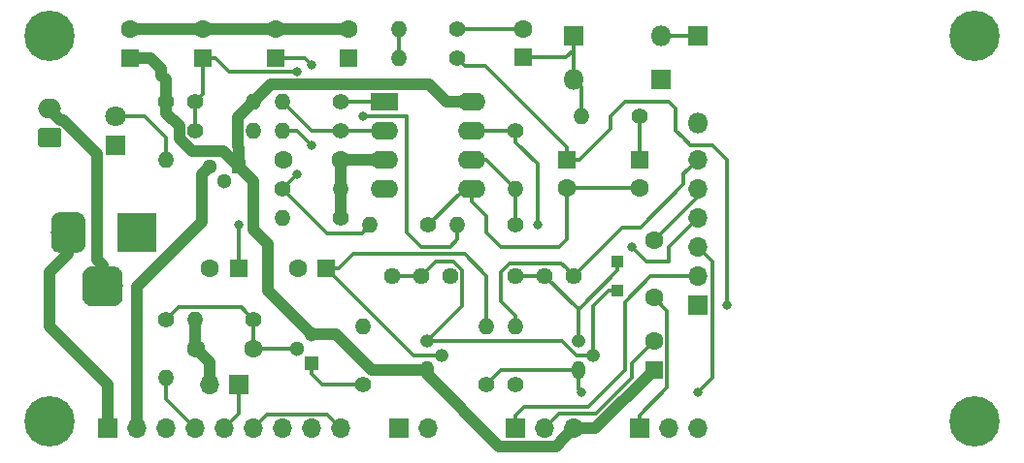
<source format=gbr>
G04 #@! TF.GenerationSoftware,KiCad,Pcbnew,(5.1.4)-1*
G04 #@! TF.CreationDate,2020-01-26T18:27:04+00:00*
G04 #@! TF.ProjectId,GFuzz,4746757a-7a2e-46b6-9963-61645f706362,rev?*
G04 #@! TF.SameCoordinates,Original*
G04 #@! TF.FileFunction,Copper,L2,Bot*
G04 #@! TF.FilePolarity,Positive*
%FSLAX46Y46*%
G04 Gerber Fmt 4.6, Leading zero omitted, Abs format (unit mm)*
G04 Created by KiCad (PCBNEW (5.1.4)-1) date 2020-01-26 18:27:04*
%MOMM*%
%LPD*%
G04 APERTURE LIST*
%ADD10O,1.200000X1.200000*%
%ADD11O,1.200000X1.600000*%
%ADD12O,1.700000X1.700000*%
%ADD13R,1.700000X1.700000*%
%ADD14R,1.000000X1.000000*%
%ADD15O,2.000000X1.700000*%
%ADD16C,0.100000*%
%ADD17C,1.700000*%
%ADD18C,1.600000*%
%ADD19R,1.600000X1.600000*%
%ADD20C,4.400000*%
%ADD21C,1.440000*%
%ADD22O,1.800000X1.800000*%
%ADD23R,1.800000X1.800000*%
%ADD24O,1.400000X1.400000*%
%ADD25C,1.400000*%
%ADD26C,3.500000*%
%ADD27C,3.000000*%
%ADD28R,3.500000X3.500000*%
%ADD29R,1.300000X1.300000*%
%ADD30C,1.300000*%
%ADD31C,1.800000*%
%ADD32O,2.400000X1.600000*%
%ADD33R,2.400000X1.600000*%
%ADD34C,0.800000*%
%ADD35C,1.000000*%
%ADD36C,0.304800*%
G04 APERTURE END LIST*
D10*
X143256000Y-113665000D03*
X144526000Y-114935000D03*
D11*
X143256000Y-116205000D03*
D12*
X122555000Y-121285000D03*
X120015000Y-121285000D03*
X117475000Y-121285000D03*
X114935000Y-121285000D03*
X112395000Y-121285000D03*
X109855000Y-121285000D03*
X107315000Y-121285000D03*
X104775000Y-121285000D03*
D13*
X102235000Y-121285000D03*
D14*
X146685000Y-106680000D03*
X146685000Y-109220000D03*
D15*
X97155000Y-93345000D03*
D16*
G36*
X97929504Y-94996204D02*
G01*
X97953773Y-94999804D01*
X97977571Y-95005765D01*
X98000671Y-95014030D01*
X98022849Y-95024520D01*
X98043893Y-95037133D01*
X98063598Y-95051747D01*
X98081777Y-95068223D01*
X98098253Y-95086402D01*
X98112867Y-95106107D01*
X98125480Y-95127151D01*
X98135970Y-95149329D01*
X98144235Y-95172429D01*
X98150196Y-95196227D01*
X98153796Y-95220496D01*
X98155000Y-95245000D01*
X98155000Y-96445000D01*
X98153796Y-96469504D01*
X98150196Y-96493773D01*
X98144235Y-96517571D01*
X98135970Y-96540671D01*
X98125480Y-96562849D01*
X98112867Y-96583893D01*
X98098253Y-96603598D01*
X98081777Y-96621777D01*
X98063598Y-96638253D01*
X98043893Y-96652867D01*
X98022849Y-96665480D01*
X98000671Y-96675970D01*
X97977571Y-96684235D01*
X97953773Y-96690196D01*
X97929504Y-96693796D01*
X97905000Y-96695000D01*
X96405000Y-96695000D01*
X96380496Y-96693796D01*
X96356227Y-96690196D01*
X96332429Y-96684235D01*
X96309329Y-96675970D01*
X96287151Y-96665480D01*
X96266107Y-96652867D01*
X96246402Y-96638253D01*
X96228223Y-96621777D01*
X96211747Y-96603598D01*
X96197133Y-96583893D01*
X96184520Y-96562849D01*
X96174030Y-96540671D01*
X96165765Y-96517571D01*
X96159804Y-96493773D01*
X96156204Y-96469504D01*
X96155000Y-96445000D01*
X96155000Y-95245000D01*
X96156204Y-95220496D01*
X96159804Y-95196227D01*
X96165765Y-95172429D01*
X96174030Y-95149329D01*
X96184520Y-95127151D01*
X96197133Y-95106107D01*
X96211747Y-95086402D01*
X96228223Y-95068223D01*
X96246402Y-95051747D01*
X96266107Y-95037133D01*
X96287151Y-95024520D01*
X96309329Y-95014030D01*
X96332429Y-95005765D01*
X96356227Y-94999804D01*
X96380496Y-94996204D01*
X96405000Y-94995000D01*
X97905000Y-94995000D01*
X97929504Y-94996204D01*
X97929504Y-94996204D01*
G37*
D17*
X97155000Y-95845000D03*
D18*
X104140000Y-86400000D03*
D19*
X104140000Y-88900000D03*
D20*
X177800000Y-86995000D03*
X97155000Y-86995000D03*
X177800000Y-120650000D03*
X97155000Y-120650000D03*
D18*
X110490000Y-86400000D03*
D19*
X110490000Y-88900000D03*
D21*
X137795000Y-107950000D03*
X140335000Y-107950000D03*
X142875000Y-107950000D03*
X127000000Y-107950000D03*
X129540000Y-107950000D03*
X132080000Y-107950000D03*
D22*
X150495000Y-86995000D03*
D23*
X142875000Y-86995000D03*
D22*
X153670000Y-94615000D03*
D23*
X153670000Y-86995000D03*
D22*
X142875000Y-90805000D03*
D23*
X150495000Y-90805000D03*
D24*
X137795000Y-100330000D03*
D25*
X137795000Y-95250000D03*
D24*
X143510000Y-93980000D03*
D25*
X148590000Y-93980000D03*
D24*
X137795000Y-112395000D03*
D25*
X137795000Y-117475000D03*
D24*
X107315000Y-97790000D03*
D25*
X107315000Y-92710000D03*
D24*
X135255000Y-112395000D03*
D25*
X135255000Y-117475000D03*
D24*
X124460000Y-112395000D03*
D25*
X124460000Y-117475000D03*
D24*
X109855000Y-111760000D03*
D25*
X114935000Y-111760000D03*
D24*
X107315000Y-116840000D03*
D25*
X107315000Y-111760000D03*
D24*
X132715000Y-103505000D03*
D25*
X137795000Y-103505000D03*
D24*
X125095000Y-103505000D03*
D25*
X130175000Y-103505000D03*
D24*
X127635000Y-86360000D03*
D25*
X132715000Y-86360000D03*
D24*
X127635000Y-88900000D03*
D25*
X132715000Y-88900000D03*
D24*
X117475000Y-92710000D03*
D25*
X122555000Y-92710000D03*
D24*
X117475000Y-95250000D03*
D25*
X122555000Y-95250000D03*
D24*
X122555000Y-100330000D03*
D25*
X117475000Y-100330000D03*
D24*
X117475000Y-102870000D03*
D25*
X122555000Y-102870000D03*
D24*
X114935000Y-95250000D03*
D25*
X109855000Y-95250000D03*
D24*
X114935000Y-92710000D03*
D25*
X109855000Y-92710000D03*
D16*
G36*
X102735765Y-107094213D02*
G01*
X102820704Y-107106813D01*
X102903999Y-107127677D01*
X102984848Y-107156605D01*
X103062472Y-107193319D01*
X103136124Y-107237464D01*
X103205094Y-107288616D01*
X103268718Y-107346282D01*
X103326384Y-107409906D01*
X103377536Y-107478876D01*
X103421681Y-107552528D01*
X103458395Y-107630152D01*
X103487323Y-107711001D01*
X103508187Y-107794296D01*
X103520787Y-107879235D01*
X103525000Y-107965000D01*
X103525000Y-109715000D01*
X103520787Y-109800765D01*
X103508187Y-109885704D01*
X103487323Y-109968999D01*
X103458395Y-110049848D01*
X103421681Y-110127472D01*
X103377536Y-110201124D01*
X103326384Y-110270094D01*
X103268718Y-110333718D01*
X103205094Y-110391384D01*
X103136124Y-110442536D01*
X103062472Y-110486681D01*
X102984848Y-110523395D01*
X102903999Y-110552323D01*
X102820704Y-110573187D01*
X102735765Y-110585787D01*
X102650000Y-110590000D01*
X100900000Y-110590000D01*
X100814235Y-110585787D01*
X100729296Y-110573187D01*
X100646001Y-110552323D01*
X100565152Y-110523395D01*
X100487528Y-110486681D01*
X100413876Y-110442536D01*
X100344906Y-110391384D01*
X100281282Y-110333718D01*
X100223616Y-110270094D01*
X100172464Y-110201124D01*
X100128319Y-110127472D01*
X100091605Y-110049848D01*
X100062677Y-109968999D01*
X100041813Y-109885704D01*
X100029213Y-109800765D01*
X100025000Y-109715000D01*
X100025000Y-107965000D01*
X100029213Y-107879235D01*
X100041813Y-107794296D01*
X100062677Y-107711001D01*
X100091605Y-107630152D01*
X100128319Y-107552528D01*
X100172464Y-107478876D01*
X100223616Y-107409906D01*
X100281282Y-107346282D01*
X100344906Y-107288616D01*
X100413876Y-107237464D01*
X100487528Y-107193319D01*
X100565152Y-107156605D01*
X100646001Y-107127677D01*
X100729296Y-107106813D01*
X100814235Y-107094213D01*
X100900000Y-107090000D01*
X102650000Y-107090000D01*
X102735765Y-107094213D01*
X102735765Y-107094213D01*
G37*
D26*
X101775000Y-108840000D03*
D16*
G36*
X99598513Y-102393611D02*
G01*
X99671318Y-102404411D01*
X99742714Y-102422295D01*
X99812013Y-102447090D01*
X99878548Y-102478559D01*
X99941678Y-102516398D01*
X100000795Y-102560242D01*
X100055330Y-102609670D01*
X100104758Y-102664205D01*
X100148602Y-102723322D01*
X100186441Y-102786452D01*
X100217910Y-102852987D01*
X100242705Y-102922286D01*
X100260589Y-102993682D01*
X100271389Y-103066487D01*
X100275000Y-103140000D01*
X100275000Y-105140000D01*
X100271389Y-105213513D01*
X100260589Y-105286318D01*
X100242705Y-105357714D01*
X100217910Y-105427013D01*
X100186441Y-105493548D01*
X100148602Y-105556678D01*
X100104758Y-105615795D01*
X100055330Y-105670330D01*
X100000795Y-105719758D01*
X99941678Y-105763602D01*
X99878548Y-105801441D01*
X99812013Y-105832910D01*
X99742714Y-105857705D01*
X99671318Y-105875589D01*
X99598513Y-105886389D01*
X99525000Y-105890000D01*
X98025000Y-105890000D01*
X97951487Y-105886389D01*
X97878682Y-105875589D01*
X97807286Y-105857705D01*
X97737987Y-105832910D01*
X97671452Y-105801441D01*
X97608322Y-105763602D01*
X97549205Y-105719758D01*
X97494670Y-105670330D01*
X97445242Y-105615795D01*
X97401398Y-105556678D01*
X97363559Y-105493548D01*
X97332090Y-105427013D01*
X97307295Y-105357714D01*
X97289411Y-105286318D01*
X97278611Y-105213513D01*
X97275000Y-105140000D01*
X97275000Y-103140000D01*
X97278611Y-103066487D01*
X97289411Y-102993682D01*
X97307295Y-102922286D01*
X97332090Y-102852987D01*
X97363559Y-102786452D01*
X97401398Y-102723322D01*
X97445242Y-102664205D01*
X97494670Y-102609670D01*
X97549205Y-102560242D01*
X97608322Y-102516398D01*
X97671452Y-102478559D01*
X97737987Y-102447090D01*
X97807286Y-102422295D01*
X97878682Y-102404411D01*
X97951487Y-102393611D01*
X98025000Y-102390000D01*
X99525000Y-102390000D01*
X99598513Y-102393611D01*
X99598513Y-102393611D01*
G37*
D27*
X98775000Y-104140000D03*
D28*
X104775000Y-104140000D03*
D29*
X113665000Y-98425000D03*
D30*
X111125000Y-98425000D03*
X112385000Y-99695000D03*
D29*
X120015000Y-115580000D03*
D30*
X120015000Y-113040000D03*
X118745000Y-114300000D03*
D31*
X102870000Y-93980000D03*
D23*
X102870000Y-96520000D03*
D12*
X153670000Y-97790000D03*
X153670000Y-100330000D03*
X153670000Y-102870000D03*
X153670000Y-105410000D03*
X153670000Y-107950000D03*
D13*
X153670000Y-110490000D03*
D32*
X133985000Y-92710000D03*
X126365000Y-100330000D03*
X133985000Y-95250000D03*
X126365000Y-97790000D03*
X133985000Y-97790000D03*
X126365000Y-95250000D03*
X133985000Y-100330000D03*
D33*
X126365000Y-92710000D03*
D12*
X153670000Y-121285000D03*
X151130000Y-121285000D03*
D13*
X148590000Y-121285000D03*
D12*
X142875000Y-121285000D03*
X140335000Y-121285000D03*
D13*
X137795000Y-121285000D03*
D10*
X130048000Y-113665000D03*
X131318000Y-114935000D03*
D11*
X130048000Y-116205000D03*
D12*
X130175000Y-121285000D03*
D13*
X127635000Y-121285000D03*
D12*
X111125000Y-117475000D03*
D13*
X113665000Y-117475000D03*
D18*
X149860000Y-104855000D03*
X149860000Y-109855000D03*
X123190000Y-86400000D03*
D19*
X123190000Y-88900000D03*
D18*
X148590000Y-100290000D03*
D19*
X148590000Y-97790000D03*
D18*
X142240000Y-100290000D03*
D19*
X142240000Y-97790000D03*
D18*
X149860000Y-113665000D03*
D19*
X149860000Y-116165000D03*
D18*
X138430000Y-86360000D03*
D19*
X138430000Y-88860000D03*
D18*
X116840000Y-86400000D03*
D19*
X116840000Y-88900000D03*
D18*
X118785000Y-107315000D03*
D19*
X121285000Y-107315000D03*
D18*
X111125000Y-107315000D03*
D19*
X113625000Y-107315000D03*
D18*
X117555000Y-97790000D03*
X122555000Y-97790000D03*
X109935000Y-114300000D03*
X114935000Y-114300000D03*
D34*
X113665000Y-103505000D03*
X120015000Y-89535000D03*
X120015000Y-96520000D03*
X156210000Y-110490000D03*
X124460000Y-93980000D03*
X143510000Y-118110000D03*
X153670000Y-118110000D03*
X139700000Y-103505000D03*
X147955000Y-105410000D03*
X118745000Y-90109999D03*
X118745000Y-99060000D03*
D35*
X111125000Y-115490000D02*
X109935000Y-114300000D01*
X111125000Y-117475000D02*
X111125000Y-115490000D01*
X109855000Y-114220000D02*
X109935000Y-114300000D01*
X109855000Y-111760000D02*
X109855000Y-114220000D01*
X110490000Y-86400000D02*
X116840000Y-86400000D01*
X104140000Y-86400000D02*
X110490000Y-86400000D01*
X116840000Y-86400000D02*
X123190000Y-86400000D01*
D36*
X114235001Y-111060001D02*
X114935000Y-111760000D01*
X113882599Y-110707599D02*
X114235001Y-111060001D01*
X108367401Y-110707599D02*
X113882599Y-110707599D01*
X107315000Y-111760000D02*
X108367401Y-110707599D01*
X114935000Y-111760000D02*
X114935000Y-114300000D01*
X114935000Y-114300000D02*
X118745000Y-114300000D01*
D35*
X122555000Y-97790000D02*
X126365000Y-97790000D01*
X122555000Y-97790000D02*
X122555000Y-100330000D01*
X122555000Y-100330000D02*
X122555000Y-102870000D01*
D36*
X123470051Y-117475000D02*
X124460000Y-117475000D01*
X120955200Y-117475000D02*
X123470051Y-117475000D01*
X120015000Y-116534800D02*
X120955200Y-117475000D01*
X120015000Y-115580000D02*
X120015000Y-116534800D01*
X113625000Y-107315000D02*
X113625000Y-103545000D01*
X113625000Y-103545000D02*
X113665000Y-103505000D01*
X135255000Y-107950000D02*
X135255000Y-112395000D01*
X133350000Y-106045000D02*
X135255000Y-107950000D01*
X123659800Y-106045000D02*
X133350000Y-106045000D01*
X121285000Y-107315000D02*
X122389800Y-107315000D01*
X122389800Y-107315000D02*
X123659800Y-106045000D01*
X128905000Y-114935000D02*
X121285000Y-107315000D01*
X131318000Y-114935000D02*
X128905000Y-114935000D01*
X116840000Y-88900000D02*
X119380000Y-88900000D01*
X119380000Y-88900000D02*
X120015000Y-89535000D01*
X118745000Y-95250000D02*
X117475000Y-95250000D01*
X120015000Y-96520000D02*
X118745000Y-95250000D01*
X132715000Y-86360000D02*
X138430000Y-86360000D01*
X142875000Y-88199800D02*
X142875000Y-86995000D01*
X142214800Y-88860000D02*
X142875000Y-88199800D01*
X138430000Y-88860000D02*
X142214800Y-88860000D01*
X142875000Y-90805000D02*
X142875000Y-86995000D01*
X143510000Y-91440000D02*
X142875000Y-90805000D01*
X143510000Y-93980000D02*
X143510000Y-91440000D01*
X140335000Y-121285000D02*
X141605000Y-120015000D01*
X141605000Y-120015000D02*
X144780000Y-120015000D01*
X144780000Y-120015000D02*
X147955000Y-116840000D01*
X147955000Y-115570000D02*
X149860000Y-113665000D01*
X147955000Y-116840000D02*
X147955000Y-115570000D01*
X133350000Y-100330000D02*
X133985000Y-100330000D01*
X130175000Y-103505000D02*
X133350000Y-100330000D01*
X133985000Y-101434800D02*
X135255000Y-102704800D01*
X133985000Y-100330000D02*
X133985000Y-101434800D01*
X135255000Y-102704800D02*
X135255000Y-104140000D01*
X135255000Y-104140000D02*
X136525000Y-105410000D01*
X136525000Y-105410000D02*
X141605000Y-105410000D01*
X142240000Y-104775000D02*
X142240000Y-100290000D01*
X141605000Y-105410000D02*
X142240000Y-104775000D01*
X142240000Y-100290000D02*
X148590000Y-100290000D01*
X142240000Y-96685200D02*
X142240000Y-97790000D01*
X135154799Y-89599999D02*
X142240000Y-96685200D01*
X133414999Y-89599999D02*
X135154799Y-89599999D01*
X132715000Y-88900000D02*
X133414999Y-89599999D01*
X143344800Y-97790000D02*
X146050000Y-95084800D01*
X142240000Y-97790000D02*
X143344800Y-97790000D01*
X146050000Y-95084800D02*
X146050000Y-93980000D01*
X146050000Y-93980000D02*
X147320000Y-92710000D01*
X147320000Y-92710000D02*
X151130000Y-92710000D01*
X151130000Y-92710000D02*
X151765000Y-93345000D01*
X151765000Y-93345000D02*
X151765000Y-95250000D01*
X151765000Y-95250000D02*
X152400000Y-95885000D01*
X152400000Y-95885000D02*
X153035000Y-96520000D01*
X153035000Y-96520000D02*
X154940000Y-96520000D01*
X154940000Y-96520000D02*
X156210000Y-97790000D01*
X156210000Y-97790000D02*
X156210000Y-110490000D01*
X148590000Y-97790000D02*
X148590000Y-93980000D01*
X132715000Y-104775000D02*
X132715000Y-103505000D01*
X132080000Y-105410000D02*
X132715000Y-104775000D01*
X129540000Y-105410000D02*
X132080000Y-105410000D01*
X128270000Y-104140000D02*
X129540000Y-105410000D01*
X124460000Y-93980000D02*
X128270000Y-93980000D01*
X128270000Y-93980000D02*
X128270000Y-104140000D01*
X153670000Y-101045000D02*
X153670000Y-100330000D01*
X149860000Y-104855000D02*
X153670000Y-101045000D01*
X150659999Y-110654999D02*
X149860000Y-109855000D01*
X151012401Y-111007401D02*
X150659999Y-110654999D01*
X151012401Y-117707799D02*
X151012401Y-111007401D01*
X148590000Y-120130200D02*
X151012401Y-117707799D01*
X148590000Y-121285000D02*
X148590000Y-120130200D01*
X150495000Y-86995000D02*
X153670000Y-86995000D01*
X113665000Y-120015000D02*
X113665000Y-117475000D01*
X112395000Y-121285000D02*
X113665000Y-120015000D01*
X143256000Y-110871000D02*
X140335000Y-107950000D01*
X143256000Y-113665000D02*
X143256000Y-110871000D01*
X140335000Y-107950000D02*
X137795000Y-107950000D01*
X143256000Y-113665000D02*
X143256000Y-110744000D01*
X146685000Y-107484800D02*
X146685000Y-106680000D01*
X143425800Y-110744000D02*
X146685000Y-107484800D01*
X143256000Y-110744000D02*
X143425800Y-110744000D01*
X136525000Y-116205000D02*
X143256000Y-116205000D01*
X135255000Y-117475000D02*
X136525000Y-116205000D01*
X143256000Y-116205000D02*
X143256000Y-117856000D01*
X143256000Y-117856000D02*
X143510000Y-118110000D01*
X154519999Y-106259999D02*
X153670000Y-105410000D01*
X154940000Y-106680000D02*
X154519999Y-106259999D01*
X154940000Y-116840000D02*
X154940000Y-106680000D01*
X153670000Y-118110000D02*
X154940000Y-116840000D01*
X120015000Y-95250000D02*
X122555000Y-95250000D01*
X117475000Y-92710000D02*
X120015000Y-95250000D01*
X122555000Y-95250000D02*
X126365000Y-95250000D01*
X127635000Y-86360000D02*
X127635000Y-88900000D01*
X122555000Y-92710000D02*
X126365000Y-92710000D01*
X137095001Y-99630001D02*
X137795000Y-100330000D01*
X135255000Y-97790000D02*
X137095001Y-99630001D01*
X133985000Y-97790000D02*
X135255000Y-97790000D01*
X137795000Y-101319949D02*
X137795000Y-103505000D01*
X137795000Y-100330000D02*
X137795000Y-101319949D01*
X137795000Y-111405051D02*
X136525000Y-110135051D01*
X137795000Y-112395000D02*
X137795000Y-111405051D01*
X142155001Y-107230001D02*
X142875000Y-107950000D01*
X141802599Y-106877599D02*
X142155001Y-107230001D01*
X137280247Y-106877599D02*
X141802599Y-106877599D01*
X136525000Y-107632846D02*
X137280247Y-106877599D01*
X136525000Y-110135051D02*
X136525000Y-107632846D01*
X152820001Y-98639999D02*
X153670000Y-97790000D01*
X152467599Y-98992401D02*
X152820001Y-98639999D01*
X152467599Y-99956723D02*
X152467599Y-98992401D01*
X148721723Y-103702599D02*
X152467599Y-99956723D01*
X147122401Y-103702599D02*
X148721723Y-103702599D01*
X142875000Y-107950000D02*
X147122401Y-103702599D01*
X137795000Y-95250000D02*
X133985000Y-95250000D01*
X139700000Y-98144949D02*
X139700000Y-103505000D01*
X137795000Y-95250000D02*
X137795000Y-96239949D01*
X137795000Y-96239949D02*
X139700000Y-98144949D01*
X147955000Y-105410000D02*
X149225000Y-106680000D01*
X149225000Y-106680000D02*
X151130000Y-106680000D01*
X151130000Y-105410000D02*
X153670000Y-102870000D01*
X151130000Y-106680000D02*
X151130000Y-105410000D01*
X137795000Y-120130200D02*
X138545200Y-119380000D01*
X137795000Y-121285000D02*
X137795000Y-120130200D01*
X138545200Y-119380000D02*
X144145000Y-119380000D01*
X144145000Y-119380000D02*
X147320000Y-116205000D01*
X152467919Y-107950000D02*
X153670000Y-107950000D01*
X149589322Y-107950000D02*
X152467919Y-107950000D01*
X147320000Y-110219322D02*
X149589322Y-107950000D01*
X147320000Y-116205000D02*
X147320000Y-110219322D01*
X143677472Y-114935000D02*
X144526000Y-114935000D01*
X143116446Y-114935000D02*
X143677472Y-114935000D01*
X141846446Y-113665000D02*
X143116446Y-114935000D01*
X130048000Y-113665000D02*
X141846446Y-113665000D01*
X129540000Y-107950000D02*
X127000000Y-107950000D01*
X145880200Y-109220000D02*
X146685000Y-109220000D01*
X144526000Y-110574200D02*
X145880200Y-109220000D01*
X144526000Y-114935000D02*
X144526000Y-110574200D01*
X129540000Y-107950000D02*
X130810000Y-106680000D01*
X130647999Y-113065001D02*
X130048000Y-113665000D01*
X133152401Y-110560599D02*
X130647999Y-113065001D01*
X133152401Y-107435247D02*
X133152401Y-110560599D01*
X132397154Y-106680000D02*
X133152401Y-107435247D01*
X130810000Y-106680000D02*
X132397154Y-106680000D01*
D35*
X114935000Y-99695000D02*
X113665000Y-98425000D01*
X114935000Y-102870000D02*
X114935000Y-99695000D01*
X114235001Y-93409999D02*
X114935000Y-92710000D01*
X113534999Y-94110001D02*
X114235001Y-93409999D01*
X113534999Y-96644999D02*
X113534999Y-94110001D01*
X113665000Y-96775000D02*
X113534999Y-96644999D01*
X113665000Y-98425000D02*
X113665000Y-96775000D01*
X131785000Y-92710000D02*
X133985000Y-92710000D01*
X130284999Y-91209999D02*
X131785000Y-92710000D01*
X116435001Y-91209999D02*
X130284999Y-91209999D01*
X114935000Y-92710000D02*
X116435001Y-91209999D01*
X144740000Y-121285000D02*
X149860000Y-116165000D01*
X142875000Y-121285000D02*
X144740000Y-121285000D01*
X114935000Y-103859949D02*
X116205000Y-105129949D01*
X114935000Y-102870000D02*
X114935000Y-103859949D01*
X116205000Y-109230000D02*
X120015000Y-113040000D01*
X116205000Y-105129949D02*
X116205000Y-109230000D01*
X128448000Y-116205000D02*
X130048000Y-116205000D01*
X125262002Y-116205000D02*
X128448000Y-116205000D01*
X122097002Y-113040000D02*
X125262002Y-116205000D01*
X120015000Y-113040000D02*
X122097002Y-113040000D01*
X142025001Y-122134999D02*
X142875000Y-121285000D01*
X141324999Y-122835001D02*
X142025001Y-122134999D01*
X136384999Y-122835001D02*
X141324999Y-122835001D01*
X130048000Y-116498002D02*
X136384999Y-122835001D01*
X130048000Y-116205000D02*
X130048000Y-116498002D01*
X107315000Y-90805000D02*
X106910001Y-90400001D01*
X107315000Y-92710000D02*
X107315000Y-90805000D01*
X106910001Y-89870001D02*
X106910001Y-90400001D01*
X105940000Y-88900000D02*
X106910001Y-89870001D01*
X104140000Y-88900000D02*
X105940000Y-88900000D01*
X112314999Y-97074999D02*
X113665000Y-98425000D01*
X109607997Y-97074999D02*
X112314999Y-97074999D01*
X108454999Y-95922001D02*
X109607997Y-97074999D01*
X108454999Y-94839948D02*
X108454999Y-95922001D01*
X107315000Y-93699949D02*
X108454999Y-94839948D01*
X107315000Y-92710000D02*
X107315000Y-93699949D01*
D36*
X109855000Y-95250000D02*
X109855000Y-92710000D01*
X124395001Y-104204999D02*
X125095000Y-103505000D01*
X121349999Y-104204999D02*
X124395001Y-104204999D01*
X117475000Y-100330000D02*
X121349999Y-104204999D01*
X110490000Y-92075000D02*
X109855000Y-92710000D01*
X110490000Y-88900000D02*
X110490000Y-92075000D01*
X112804799Y-90109999D02*
X118745000Y-90109999D01*
X110490000Y-88900000D02*
X111594800Y-88900000D01*
X111594800Y-88900000D02*
X112804799Y-90109999D01*
X118745000Y-99060000D02*
X117475000Y-100330000D01*
X107315000Y-95885000D02*
X107315000Y-97790000D01*
X102870000Y-93980000D02*
X105410000Y-93980000D01*
X105410000Y-93980000D02*
X107315000Y-95885000D01*
X107315000Y-118745000D02*
X107315000Y-116840000D01*
X109855000Y-121285000D02*
X107315000Y-118745000D01*
X121705001Y-120435001D02*
X122555000Y-121285000D01*
X121352599Y-120082599D02*
X121705001Y-120435001D01*
X116137401Y-120082599D02*
X121352599Y-120082599D01*
X114935000Y-121285000D02*
X116137401Y-120082599D01*
D35*
X101775000Y-106990000D02*
X101775000Y-108840000D01*
X101269999Y-106484999D02*
X101775000Y-106990000D01*
X101269999Y-97266479D02*
X101269999Y-106484999D01*
X98298510Y-94294990D02*
X101269999Y-97266479D01*
X98104990Y-94294990D02*
X98298510Y-94294990D01*
X97155000Y-93345000D02*
X98104990Y-94294990D01*
X98775000Y-105990000D02*
X97155000Y-107610000D01*
X98775000Y-104140000D02*
X98775000Y-105990000D01*
X97155000Y-107610000D02*
X97155000Y-112395000D01*
X102235000Y-117475000D02*
X102235000Y-121285000D01*
X97155000Y-112395000D02*
X102235000Y-117475000D01*
X110475001Y-99074999D02*
X111125000Y-98425000D01*
X110475001Y-103200001D02*
X110475001Y-99074999D01*
X104775000Y-108900002D02*
X110475001Y-103200001D01*
X104775000Y-121285000D02*
X104775000Y-108900002D01*
M02*

</source>
